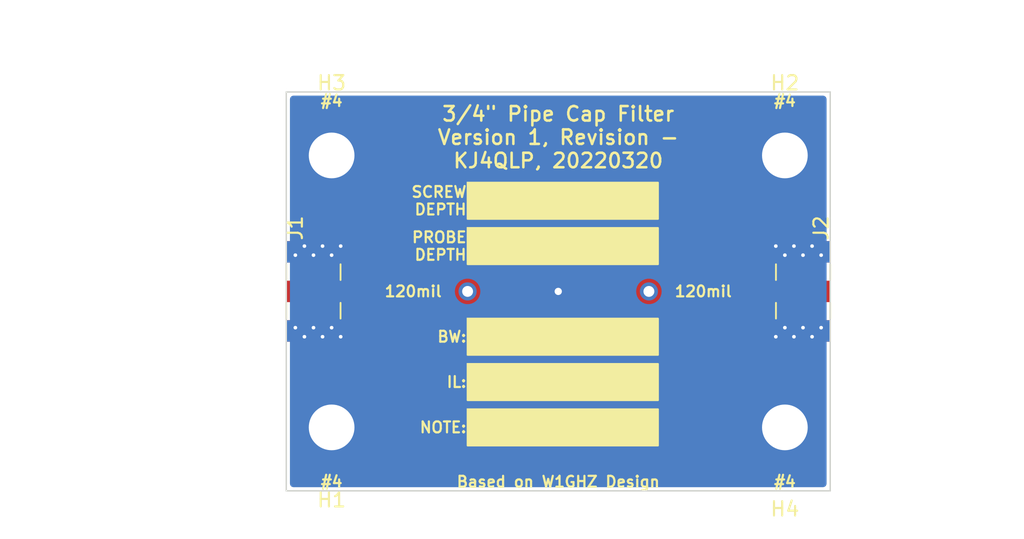
<source format=kicad_pcb>
(kicad_pcb (version 20211014) (generator pcbnew)
  (title_block (title "Pipe Cap Filter, 0.75\", V1") (date "2022-03-21") (rev "-") (company "KJ4QLP / Amateur Radio") (comment 2 "creativecommons.org/licenses/by/4.0/") (comment 3 "License: CC BY 4.0") (comment 4 "Author: Zach Leffke, KJ4QLP"))
  (layers (0 "F.Cu" signal) (31 "B.Cu" signal) (34 "B.Paste" user) (35 "F.Paste" user) (36 "B.SilkS" user "B.Silkscreen") (37 "F.SilkS" user "F.Silkscreen") (38 "B.Mask" user) (39 "F.Mask" user) (44 "Edge.Cuts" user))
  (net 0 "")
  (net 1 "/in")
  (net 2 "GND")
  (net 3 "/out")
  (footprint "MountingHole:MountingHole_3.2mm_M3_ISO7380_Pad" (layer "F.Cu") (at 158.75 98.425)
    (fp_text reference "H4" (at 0 5.715) (layer "F.SilkS"))
    (fp_text value "MountingHole_Pad")
    (pad "1" thru_hole circle (at 0 0) (size 5.7 5.7) (drill 3.2) (layers *.Cu *.Mask) (net 2 "GND"))
  )
  (footprint "MountingHole:MountingHole_3.2mm_M3_DIN965_Pad" (layer "F.Cu") (at 127 98.425)
    (fp_text reference "H1" (at 0 5.08) (layer "F.SilkS"))
    (fp_text value "MountingHole_Pad")
    (pad "1" thru_hole circle (at 0 0) (size 5.6 5.6) (drill 3.2) (layers *.Cu *.Mask) (net 2 "GND"))
  )
  (footprint "MountingHole:MountingHole_3.2mm_M3_DIN965_Pad" (layer "F.Cu") (at 127 79.375)
    (fp_text reference "H3" (at 0 -5.08) (layer "F.SilkS"))
    (fp_text value "MountingHole_Pad")
    (pad "1" thru_hole circle (at 0 0) (size 5.6 5.6) (drill 3.2) (layers *.Cu *.Mask) (net 2 "GND"))
  )
  (footprint "kj4qlp:PipeCapFilter_0.75in" (layer "F.Cu") (at 142.875 88.9)
    (fp_text reference "F1" (at 0 -2.54 unlocked) (layer "F.SilkS"))
    (fp_text value "pipe_cap_filter")
    (pad "1" thru_hole circle (at -6.35 0) (size 1.27 1.27) (drill 0.762) (layers *.Cu *.Mask) (net 1 "/in") (clearance 0.254))
    (pad "2" thru_hole circle (at 6.35 0 15) (size 1.27 1.27) (drill 0.762) (layers *.Cu *.Mask) (net 3 "/out") (clearance 0.254))
    (pad "3" thru_hole circle (at 0 0) (size 1.016 1.016) (drill 0.508) (layers *.Cu *.Mask) (net 2 "GND") (clearance 0.254))
  )
  (footprint "kj4qlp:TAOGLAS_EMPCB.SMAFSTJ.B.HT" (layer "F.Cu") (at 161.925 88.9 90)
    (fp_text reference "J2" (at 4.445 -0.635 90) (layer "F.SilkS") (effects (font (size 1.000961 1.000961))))
    (fp_text value "OUTPUT")
    (fp_line (start -1.9 0) (end -0.8 0) (layer "F.SilkS") (width 0.127))
    (fp_line (start 0.8 -3.8) (end 1.9 -3.8) (layer "F.SilkS") (width 0.127))
    (fp_line (start -1.9 -3.8) (end -0.8 -3.8) (layer "F.SilkS") (width 0.127))
    (fp_line (start 0.8 0) (end 1.9 0) (layer "F.SilkS") (width 0.127))
    (pad "1" smd rect (at 0 -2.28 90) (size 1.5 4.56) (layers "F.Cu" "F.Paste" "F.Mask") (net 3 "/out"))
    (pad "2" smd rect (at -2.77 -2.28 90) (size 1.5 4.56) (layers "F.Cu" "F.Paste" "F.Mask") (net 2 "GND"))
    (pad "2" smd rect (at -2.77 -2.28 90) (size 1.5 4.56) (layers "B.Cu" "B.Paste" "B.Mask") (net 2 "GND"))
    (pad "2" smd rect (at 2.77 -2.28 90) (size 1.5 4.56) (layers "B.Cu" "B.Paste" "B.Mask") (net 2 "GND"))
    (pad "2" smd rect (at 2.77 -2.28 90) (size 1.5 4.56) (layers "F.Cu" "F.Paste" "F.Mask") (net 2 "GND"))
  )
  (footprint "MountingHole:MountingHole_3.2mm_M3_DIN965_Pad" (layer "F.Cu") (at 158.75 79.375)
    (fp_text reference "H2" (at 0 -5.08) (layer "F.SilkS"))
    (fp_text value "MountingHole_Pad")
    (pad "1" thru_hole circle (at 0 0) (size 5.6 5.6) (drill 3.2) (layers *.Cu *.Mask) (net 2 "GND"))
  )
  (footprint "kj4qlp:TAOGLAS_EMPCB.SMAFSTJ.B.HT" (layer "F.Cu") (at 123.825 88.9 -90)
    (fp_text reference "J1" (at -4.445 -0.635 -90) (layer "F.SilkS") (effects (font (size 1.000961 1.000961))))
    (fp_text value "INPUT")
    (fp_line (start -1.9 0) (end -0.8 0) (layer "F.SilkS") (width 0.127))
    (fp_line (start 0.8 0) (end 1.9 0) (layer "F.SilkS") (width 0.127))
    (fp_line (start 0.8 -3.8) (end 1.9 -3.8) (layer "F.SilkS") (width 0.127))
    (fp_line (start -1.9 -3.8) (end -0.8 -3.8) (layer "F.SilkS") (width 0.127))
    (pad "1" smd rect (at 0 -2.28 270) (size 1.5 4.56) (layers "F.Cu" "F.Paste" "F.Mask") (net 1 "/in"))
    (pad "2" smd rect (at -2.77 -2.28 270) (size 1.5 4.56) (layers "B.Cu" "B.Paste" "B.Mask") (net 2 "GND"))
    (pad "2" smd rect (at -2.77 -2.28 270) (size 1.5 4.56) (layers "F.Cu" "F.Paste" "F.Mask") (net 2 "GND"))
    (pad "2" smd rect (at 2.77 -2.28 270) (size 1.5 4.56) (layers "F.Cu" "F.Paste" "F.Mask") (net 2 "GND"))
    (pad "2" smd rect (at 2.77 -2.28 270) (size 1.5 4.56) (layers "B.Cu" "B.Paste" "B.Mask") (net 2 "GND"))
  )
  (gr_rect (start 136.525 83.82) (end 149.86 81.28) (layer "F.SilkS") (width 0.127) (fill solid))
  (gr_rect (start 136.525 96.52) (end 149.86 93.98) (layer "F.SilkS") (width 0.127) (fill solid))
  (gr_rect (start 136.525 86.995) (end 149.86 84.455) (layer "F.SilkS") (width 0.127) (fill solid))
  (gr_rect (start 136.525 93.345) (end 149.86 90.805) (layer "F.SilkS") (width 0.127) (fill solid))
  (gr_rect (start 136.525 99.695) (end 149.86 97.155) (layer "F.SilkS") (width 0.127) (fill solid))
  (gr_line (start 123.825 102.87) (end 123.825 74.93) (layer "Edge.Cuts") (width 0.1))
  (gr_line (start 161.925 74.93) (end 161.925 102.87) (layer "Edge.Cuts") (width 0.1))
  (gr_line (start 123.825 74.93) (end 161.925 74.93) (layer "Edge.Cuts") (width 0.1))
  (gr_line (start 161.925 102.87) (end 123.825 102.87) (layer "Edge.Cuts") (width 0.1))
  (gr_text "IL:" (at 136.525 95.25) (layer "F.SilkS") (effects (font (size 0.762 0.762) (thickness 0.1524)) (justify right)))
  (gr_text "NOTE:" (at 136.525 98.425) (layer "F.SilkS") (effects (font (size 0.762 0.762) (thickness 0.1524)) (justify right)))
  (gr_text "120mil" (at 153.035 88.9) (layer "F.SilkS") (effects (font (size 0.762 0.762) (thickness 0.1524))))
  (gr_text "BW:" (at 136.525 92.075) (layer "F.SilkS") (effects (font (size 0.762 0.762) (thickness 0.1524)) (justify right)))
  (gr_text "3/4{dblquote} Pipe Cap Filter\nVersion 1, Revision -\nKJ4QLP, 20220320" (at 142.875 78.105) (layer "F.SilkS") (effects (font (size 1.016 1.016) (thickness 0.1778))))
  (gr_text "#4" (at 127 75.565) (layer "F.SilkS") (effects (font (size 0.762 0.762) (thickness 0.1524))))
  (gr_text "#4" (at 127 102.235) (layer "F.SilkS") (effects (font (size 0.762 0.762) (thickness 0.1524))))
  (gr_text "#4" (at 158.75 102.235) (layer "F.SilkS") (effects (font (size 0.762 0.762) (thickness 0.1524))))
  (gr_text "SCREW\nDEPTH" (at 136.525 82.55) (layer "F.SilkS") (effects (font (size 0.762 0.762) (thickness 0.1524)) (justify right)))
  (gr_text "120mil" (at 132.715 88.9) (layer "F.SilkS") (effects (font (size 0.762 0.762) (thickness 0.1524))))
  (gr_text "Based on W1GHZ Design" (at 142.875 102.235) (layer "F.SilkS") (effects (font (size 0.762 0.762) (thickness 0.1524))))
  (gr_text "#4" (at 158.75 75.565) (layer "F.SilkS") (effects (font (size 0.762 0.762) (thickness 0.1524))))
  (gr_text "PROBE\nDEPTH" (at 136.525 85.725) (layer "F.SilkS") (effects (font (size 0.762 0.762) (thickness 0.1524)) (justify right)))
  (segment (start 136.525 88.9) (end 130.175 88.9) (width 3.048) (layer "F.Cu") (net 1))
  (segment (start 126.105 88.9) (end 130.175 88.9) (width 1.524) (layer "F.Cu") (net 1))
  (via (at 161.29 86.36) (size 0.508) (drill 0.254) (layers "F.Cu" "B.Cu") (net 2))
  (via (at 160.02 91.44) (size 0.508) (drill 0.254) (layers "F.Cu" "B.Cu") (net 2))
  (via (at 158.115 85.725) (size 0.508) (drill 0.254) (layers "F.Cu" "B.Cu") (net 2))
  (via (at 125.73 91.44) (size 0.508) (drill 0.254) (layers "F.Cu" "B.Cu") (net 2))
  (via (at 161.29 91.44) (size 0.508) (drill 0.254) (layers "F.Cu" "B.Cu") (net 2))
  (via (at 124.46 86.36) (size 0.508) (drill 0.254) (layers "F.Cu" "B.Cu") (net 2))
  (via (at 124.46 91.44) (size 0.508) (drill 0.254) (layers "F.Cu" "B.Cu") (net 2))
  (via (at 126.365 85.725) (size 0.508) (drill 0.254) (layers "F.Cu" "B.Cu") (net 2))
  (via (at 158.75 91.44) (size 0.508) (drill 0.254) (layers "F.Cu" "B.Cu") (net 2))
  (via (at 127.635 92.075) (size 0.508) (drill 0.254) (layers "F.Cu" "B.Cu") (net 2))
  (via (at 159.385 92.075) (size 0.508) (drill 0.254) (layers "F.Cu" "B.Cu") (net 2))
  (via (at 127.635 85.725) (size 0.508) (drill 0.254) (layers "F.Cu" "B.Cu") (net 2))
  (via (at 158.75 86.36) (size 0.508) (drill 0.254) (layers "F.Cu" "B.Cu") (net 2))
  (via (at 160.655 92.075) (size 0.508) (drill 0.254) (layers "F.Cu" "B.Cu") (net 2))
  (via (at 127 91.44) (size 0.508) (drill 0.254) (layers "F.Cu" "B.Cu") (net 2))
  (via (at 160.02 86.36) (size 0.508) (drill 0.254) (layers "F.Cu" "B.Cu") (net 2))
  (via (at 125.73 86.36) (size 0.508) (drill 0.254) (layers "F.Cu" "B.Cu") (net 2))
  (via (at 127 86.36) (size 0.508) (drill 0.254) (layers "F.Cu" "B.Cu") (net 2))
  (via (at 158.115 92.075) (size 0.508) (drill 0.254) (layers "F.Cu" "B.Cu") (net 2))
  (via (at 125.095 85.725) (size 0.508) (drill 0.254) (layers "F.Cu" "B.Cu") (net 2))
  (via (at 160.655 85.725) (size 0.508) (drill 0.254) (layers "F.Cu" "B.Cu") (net 2))
  (via (at 159.385 85.725) (size 0.508) (drill 0.254) (layers "F.Cu" "B.Cu") (net 2))
  (via (at 125.095 92.075) (size 0.508) (drill 0.254) (layers "F.Cu" "B.Cu") (net 2))
  (via (at 126.365 92.075) (size 0.508) (drill 0.254) (layers "F.Cu" "B.Cu") (net 2))
  (segment (start 149.225 88.9) (end 155.575 88.9) (width 3.048) (layer "F.Cu") (net 3))
  (segment (start 159.645 88.9) (end 155.575 88.9) (width 1.524) (layer "F.Cu") (net 3))
  (zone (net 2) (net_name "GND") (layer "B.Cu") (connect_pads yes (clearance 0.254)) (min_thickness 0.508) (fill yes (thermal_gap 0.508) (thermal_bridge_width 0.508))
    (polygon (pts (xy 161.925 102.87) (xy 123.825 102.87) (xy 123.825 74.93) (xy 161.925 74.93)))
  )
)
</source>
